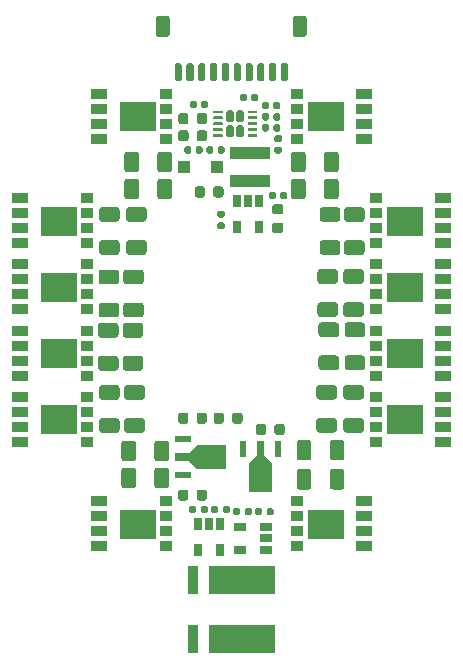
<source format=gbr>
%TF.GenerationSoftware,KiCad,Pcbnew,(5.1.6-0-10_14)*%
%TF.CreationDate,2021-04-11T14:49:43-04:00*%
%TF.ProjectId,F051_ESC-4in1-V2,46303531-5f45-4534-932d-34696e312d56,rev?*%
%TF.SameCoordinates,Original*%
%TF.FileFunction,Paste,Top*%
%TF.FilePolarity,Positive*%
%FSLAX46Y46*%
G04 Gerber Fmt 4.6, Leading zero omitted, Abs format (unit mm)*
G04 Created by KiCad (PCBNEW (5.1.6-0-10_14)) date 2021-04-11 14:49:43*
%MOMM*%
%LPD*%
G01*
G04 APERTURE LIST*
%ADD10C,0.010000*%
%ADD11C,0.100000*%
%ADD12R,1.400000X0.570000*%
%ADD13R,0.570000X1.400000*%
%ADD14R,0.890000X2.440000*%
%ADD15R,5.600000X2.440000*%
%ADD16R,3.400000X0.980000*%
%ADD17R,1.450000X0.850000*%
%ADD18R,1.050000X0.850000*%
%ADD19R,1.060000X0.650000*%
%ADD20R,0.650000X1.060000*%
%ADD21R,1.100000X1.100000*%
G04 APERTURE END LIST*
D10*
%TO.C,Q23*%
G36*
X123870000Y-84509000D02*
G01*
X126850000Y-84509000D01*
X126850000Y-86881000D01*
X123870000Y-86881000D01*
X123870000Y-84509000D01*
G37*
X123870000Y-84509000D02*
X126850000Y-84509000D01*
X126850000Y-86881000D01*
X123870000Y-86881000D01*
X123870000Y-84509000D01*
%TO.C,Q21*%
G36*
X123870000Y-78924000D02*
G01*
X126850000Y-78924000D01*
X126850000Y-81296000D01*
X123870000Y-81296000D01*
X123870000Y-78924000D01*
G37*
X123870000Y-78924000D02*
X126850000Y-78924000D01*
X126850000Y-81296000D01*
X123870000Y-81296000D01*
X123870000Y-78924000D01*
%TO.C,Q19*%
G36*
X130560000Y-70064000D02*
G01*
X133540000Y-70064000D01*
X133540000Y-72436000D01*
X130560000Y-72436000D01*
X130560000Y-70064000D01*
G37*
X130560000Y-70064000D02*
X133540000Y-70064000D01*
X133540000Y-72436000D01*
X130560000Y-72436000D01*
X130560000Y-70064000D01*
%TO.C,Q5*%
G36*
X156130000Y-92486000D02*
G01*
X153150000Y-92486000D01*
X153150000Y-90114000D01*
X156130000Y-90114000D01*
X156130000Y-92486000D01*
G37*
X156130000Y-92486000D02*
X153150000Y-92486000D01*
X153150000Y-90114000D01*
X156130000Y-90114000D01*
X156130000Y-92486000D01*
%TO.C,Q3*%
G36*
X156130000Y-98076000D02*
G01*
X153150000Y-98076000D01*
X153150000Y-95704000D01*
X156130000Y-95704000D01*
X156130000Y-98076000D01*
G37*
X156130000Y-98076000D02*
X153150000Y-98076000D01*
X153150000Y-95704000D01*
X156130000Y-95704000D01*
X156130000Y-98076000D01*
%TO.C,Q1*%
G36*
X149440000Y-106936000D02*
G01*
X146460000Y-106936000D01*
X146460000Y-104564000D01*
X149440000Y-104564000D01*
X149440000Y-106936000D01*
G37*
X149440000Y-106936000D02*
X146460000Y-106936000D01*
X146460000Y-104564000D01*
X149440000Y-104564000D01*
X149440000Y-106936000D01*
%TO.C,Q11*%
G36*
X149440000Y-72436000D02*
G01*
X146460000Y-72436000D01*
X146460000Y-70064000D01*
X149440000Y-70064000D01*
X149440000Y-72436000D01*
G37*
X149440000Y-72436000D02*
X146460000Y-72436000D01*
X146460000Y-70064000D01*
X149440000Y-70064000D01*
X149440000Y-72436000D01*
%TO.C,Q9*%
G36*
X156130000Y-81296000D02*
G01*
X153150000Y-81296000D01*
X153150000Y-78924000D01*
X156130000Y-78924000D01*
X156130000Y-81296000D01*
G37*
X156130000Y-81296000D02*
X153150000Y-81296000D01*
X153150000Y-78924000D01*
X156130000Y-78924000D01*
X156130000Y-81296000D01*
%TO.C,Q7*%
G36*
X156130000Y-86886000D02*
G01*
X153150000Y-86886000D01*
X153150000Y-84514000D01*
X156130000Y-84514000D01*
X156130000Y-86886000D01*
G37*
X156130000Y-86886000D02*
X153150000Y-86886000D01*
X153150000Y-84514000D01*
X156130000Y-84514000D01*
X156130000Y-86886000D01*
%TO.C,Q17*%
G36*
X130560000Y-104564000D02*
G01*
X133540000Y-104564000D01*
X133540000Y-106936000D01*
X130560000Y-106936000D01*
X130560000Y-104564000D01*
G37*
X130560000Y-104564000D02*
X133540000Y-104564000D01*
X133540000Y-106936000D01*
X130560000Y-106936000D01*
X130560000Y-104564000D01*
%TO.C,Q15*%
G36*
X123870000Y-95704000D02*
G01*
X126850000Y-95704000D01*
X126850000Y-98076000D01*
X123870000Y-98076000D01*
X123870000Y-95704000D01*
G37*
X123870000Y-95704000D02*
X126850000Y-95704000D01*
X126850000Y-98076000D01*
X123870000Y-98076000D01*
X123870000Y-95704000D01*
%TO.C,Q13*%
G36*
X123870000Y-90114000D02*
G01*
X126850000Y-90114000D01*
X126850000Y-92486000D01*
X123870000Y-92486000D01*
X123870000Y-90114000D01*
G37*
X123870000Y-90114000D02*
X126850000Y-90114000D01*
X126850000Y-92486000D01*
X123870000Y-92486000D01*
X123870000Y-90114000D01*
%TD*%
%TO.C,J2*%
G36*
G01*
X134790000Y-62994600D02*
X134790000Y-64295400D01*
G75*
G02*
X134540400Y-64545000I-249600J0D01*
G01*
X133839600Y-64545000D01*
G75*
G02*
X133590000Y-64295400I0J249600D01*
G01*
X133590000Y-62994600D01*
G75*
G02*
X133839600Y-62745000I249600J0D01*
G01*
X134540400Y-62745000D01*
G75*
G02*
X134790000Y-62994600I0J-249600D01*
G01*
G37*
G36*
G01*
X146390000Y-62994600D02*
X146390000Y-64295400D01*
G75*
G02*
X146140400Y-64545000I-249600J0D01*
G01*
X145439600Y-64545000D01*
G75*
G02*
X145190000Y-64295400I0J249600D01*
G01*
X145190000Y-62994600D01*
G75*
G02*
X145439600Y-62745000I249600J0D01*
G01*
X146140400Y-62745000D01*
G75*
G02*
X146390000Y-62994600I0J-249600D01*
G01*
G37*
G36*
G01*
X135790000Y-66895000D02*
X135790000Y-68145000D01*
G75*
G02*
X135640000Y-68295000I-150000J0D01*
G01*
X135340000Y-68295000D01*
G75*
G02*
X135190000Y-68145000I0J150000D01*
G01*
X135190000Y-66895000D01*
G75*
G02*
X135340000Y-66745000I150000J0D01*
G01*
X135640000Y-66745000D01*
G75*
G02*
X135790000Y-66895000I0J-150000D01*
G01*
G37*
G36*
G01*
X136790000Y-66895000D02*
X136790000Y-68145000D01*
G75*
G02*
X136640000Y-68295000I-150000J0D01*
G01*
X136340000Y-68295000D01*
G75*
G02*
X136190000Y-68145000I0J150000D01*
G01*
X136190000Y-66895000D01*
G75*
G02*
X136340000Y-66745000I150000J0D01*
G01*
X136640000Y-66745000D01*
G75*
G02*
X136790000Y-66895000I0J-150000D01*
G01*
G37*
G36*
G01*
X137790000Y-66895000D02*
X137790000Y-68145000D01*
G75*
G02*
X137640000Y-68295000I-150000J0D01*
G01*
X137340000Y-68295000D01*
G75*
G02*
X137190000Y-68145000I0J150000D01*
G01*
X137190000Y-66895000D01*
G75*
G02*
X137340000Y-66745000I150000J0D01*
G01*
X137640000Y-66745000D01*
G75*
G02*
X137790000Y-66895000I0J-150000D01*
G01*
G37*
G36*
G01*
X138790000Y-66895000D02*
X138790000Y-68145000D01*
G75*
G02*
X138640000Y-68295000I-150000J0D01*
G01*
X138340000Y-68295000D01*
G75*
G02*
X138190000Y-68145000I0J150000D01*
G01*
X138190000Y-66895000D01*
G75*
G02*
X138340000Y-66745000I150000J0D01*
G01*
X138640000Y-66745000D01*
G75*
G02*
X138790000Y-66895000I0J-150000D01*
G01*
G37*
G36*
G01*
X139790000Y-66895000D02*
X139790000Y-68145000D01*
G75*
G02*
X139640000Y-68295000I-150000J0D01*
G01*
X139340000Y-68295000D01*
G75*
G02*
X139190000Y-68145000I0J150000D01*
G01*
X139190000Y-66895000D01*
G75*
G02*
X139340000Y-66745000I150000J0D01*
G01*
X139640000Y-66745000D01*
G75*
G02*
X139790000Y-66895000I0J-150000D01*
G01*
G37*
G36*
G01*
X140790000Y-66895000D02*
X140790000Y-68145000D01*
G75*
G02*
X140640000Y-68295000I-150000J0D01*
G01*
X140340000Y-68295000D01*
G75*
G02*
X140190000Y-68145000I0J150000D01*
G01*
X140190000Y-66895000D01*
G75*
G02*
X140340000Y-66745000I150000J0D01*
G01*
X140640000Y-66745000D01*
G75*
G02*
X140790000Y-66895000I0J-150000D01*
G01*
G37*
G36*
G01*
X141790000Y-66895000D02*
X141790000Y-68145000D01*
G75*
G02*
X141640000Y-68295000I-150000J0D01*
G01*
X141340000Y-68295000D01*
G75*
G02*
X141190000Y-68145000I0J150000D01*
G01*
X141190000Y-66895000D01*
G75*
G02*
X141340000Y-66745000I150000J0D01*
G01*
X141640000Y-66745000D01*
G75*
G02*
X141790000Y-66895000I0J-150000D01*
G01*
G37*
G36*
G01*
X142790000Y-66895000D02*
X142790000Y-68145000D01*
G75*
G02*
X142640000Y-68295000I-150000J0D01*
G01*
X142340000Y-68295000D01*
G75*
G02*
X142190000Y-68145000I0J150000D01*
G01*
X142190000Y-66895000D01*
G75*
G02*
X142340000Y-66745000I150000J0D01*
G01*
X142640000Y-66745000D01*
G75*
G02*
X142790000Y-66895000I0J-150000D01*
G01*
G37*
G36*
G01*
X143790000Y-66895000D02*
X143790000Y-68145000D01*
G75*
G02*
X143640000Y-68295000I-150000J0D01*
G01*
X143340000Y-68295000D01*
G75*
G02*
X143190000Y-68145000I0J150000D01*
G01*
X143190000Y-66895000D01*
G75*
G02*
X143340000Y-66745000I150000J0D01*
G01*
X143640000Y-66745000D01*
G75*
G02*
X143790000Y-66895000I0J-150000D01*
G01*
G37*
G36*
G01*
X144790000Y-66895000D02*
X144790000Y-68145000D01*
G75*
G02*
X144640000Y-68295000I-150000J0D01*
G01*
X144340000Y-68295000D01*
G75*
G02*
X144190000Y-68145000I0J150000D01*
G01*
X144190000Y-66895000D01*
G75*
G02*
X144340000Y-66745000I150000J0D01*
G01*
X144640000Y-66745000D01*
G75*
G02*
X144790000Y-66895000I0J-150000D01*
G01*
G37*
%TD*%
D11*
%TO.C,U13*%
G36*
X137120000Y-101100000D02*
G01*
X136445000Y-100425000D01*
X135220000Y-100425000D01*
X135220000Y-99775000D01*
X136455000Y-99775000D01*
X137120000Y-99100000D01*
X139570000Y-99100000D01*
X139570000Y-101100000D01*
X137120000Y-101100000D01*
G37*
D12*
X135920000Y-101595000D03*
X135920000Y-98605000D03*
%TD*%
D11*
%TO.C,U3*%
G36*
X141460000Y-100650000D02*
G01*
X142135000Y-99975000D01*
X142135000Y-98750000D01*
X142785000Y-98750000D01*
X142785000Y-99985000D01*
X143460000Y-100650000D01*
X143460000Y-103100000D01*
X141460000Y-103100000D01*
X141460000Y-100650000D01*
G37*
D13*
X140965000Y-99450000D03*
X143955000Y-99450000D03*
%TD*%
D14*
%TO.C,R1*%
X136750000Y-110520000D03*
X136750000Y-115480000D03*
D15*
X140890000Y-110520000D03*
X140890000Y-115480000D03*
%TD*%
D16*
%TO.C,L1*%
X141580000Y-76725000D03*
X141580000Y-74355000D03*
%TD*%
%TO.C,C55*%
G36*
G01*
X132175000Y-74495000D02*
X132175000Y-75745000D01*
G75*
G02*
X131925000Y-75995000I-250000J0D01*
G01*
X131175000Y-75995000D01*
G75*
G02*
X130925000Y-75745000I0J250000D01*
G01*
X130925000Y-74495000D01*
G75*
G02*
X131175000Y-74245000I250000J0D01*
G01*
X131925000Y-74245000D01*
G75*
G02*
X132175000Y-74495000I0J-250000D01*
G01*
G37*
G36*
G01*
X134975000Y-74495000D02*
X134975000Y-75745000D01*
G75*
G02*
X134725000Y-75995000I-250000J0D01*
G01*
X133975000Y-75995000D01*
G75*
G02*
X133725000Y-75745000I0J250000D01*
G01*
X133725000Y-74495000D01*
G75*
G02*
X133975000Y-74245000I250000J0D01*
G01*
X134725000Y-74245000D01*
G75*
G02*
X134975000Y-74495000I0J-250000D01*
G01*
G37*
%TD*%
%TO.C,C67*%
G36*
G01*
X129025000Y-96815000D02*
X130275000Y-96815000D01*
G75*
G02*
X130525000Y-97065000I0J-250000D01*
G01*
X130525000Y-97815000D01*
G75*
G02*
X130275000Y-98065000I-250000J0D01*
G01*
X129025000Y-98065000D01*
G75*
G02*
X128775000Y-97815000I0J250000D01*
G01*
X128775000Y-97065000D01*
G75*
G02*
X129025000Y-96815000I250000J0D01*
G01*
G37*
G36*
G01*
X129025000Y-94015000D02*
X130275000Y-94015000D01*
G75*
G02*
X130525000Y-94265000I0J-250000D01*
G01*
X130525000Y-95015000D01*
G75*
G02*
X130275000Y-95265000I-250000J0D01*
G01*
X129025000Y-95265000D01*
G75*
G02*
X128775000Y-95015000I0J250000D01*
G01*
X128775000Y-94265000D01*
G75*
G02*
X129025000Y-94015000I250000J0D01*
G01*
G37*
%TD*%
%TO.C,C66*%
G36*
G01*
X147525000Y-86995000D02*
X148775000Y-86995000D01*
G75*
G02*
X149025000Y-87245000I0J-250000D01*
G01*
X149025000Y-87995000D01*
G75*
G02*
X148775000Y-88245000I-250000J0D01*
G01*
X147525000Y-88245000D01*
G75*
G02*
X147275000Y-87995000I0J250000D01*
G01*
X147275000Y-87245000D01*
G75*
G02*
X147525000Y-86995000I250000J0D01*
G01*
G37*
G36*
G01*
X147525000Y-84195000D02*
X148775000Y-84195000D01*
G75*
G02*
X149025000Y-84445000I0J-250000D01*
G01*
X149025000Y-85195000D01*
G75*
G02*
X148775000Y-85445000I-250000J0D01*
G01*
X147525000Y-85445000D01*
G75*
G02*
X147275000Y-85195000I0J250000D01*
G01*
X147275000Y-84445000D01*
G75*
G02*
X147525000Y-84195000I250000J0D01*
G01*
G37*
%TD*%
%TO.C,C65*%
G36*
G01*
X148975000Y-80195000D02*
X147725000Y-80195000D01*
G75*
G02*
X147475000Y-79945000I0J250000D01*
G01*
X147475000Y-79195000D01*
G75*
G02*
X147725000Y-78945000I250000J0D01*
G01*
X148975000Y-78945000D01*
G75*
G02*
X149225000Y-79195000I0J-250000D01*
G01*
X149225000Y-79945000D01*
G75*
G02*
X148975000Y-80195000I-250000J0D01*
G01*
G37*
G36*
G01*
X148975000Y-82995000D02*
X147725000Y-82995000D01*
G75*
G02*
X147475000Y-82745000I0J250000D01*
G01*
X147475000Y-81995000D01*
G75*
G02*
X147725000Y-81745000I250000J0D01*
G01*
X148975000Y-81745000D01*
G75*
G02*
X149225000Y-81995000I0J-250000D01*
G01*
X149225000Y-82745000D01*
G75*
G02*
X148975000Y-82995000I-250000J0D01*
G01*
G37*
%TD*%
%TO.C,C64*%
G36*
G01*
X131165000Y-96815000D02*
X132415000Y-96815000D01*
G75*
G02*
X132665000Y-97065000I0J-250000D01*
G01*
X132665000Y-97815000D01*
G75*
G02*
X132415000Y-98065000I-250000J0D01*
G01*
X131165000Y-98065000D01*
G75*
G02*
X130915000Y-97815000I0J250000D01*
G01*
X130915000Y-97065000D01*
G75*
G02*
X131165000Y-96815000I250000J0D01*
G01*
G37*
G36*
G01*
X131165000Y-94015000D02*
X132415000Y-94015000D01*
G75*
G02*
X132665000Y-94265000I0J-250000D01*
G01*
X132665000Y-95015000D01*
G75*
G02*
X132415000Y-95265000I-250000J0D01*
G01*
X131165000Y-95265000D01*
G75*
G02*
X130915000Y-95015000I0J250000D01*
G01*
X130915000Y-94265000D01*
G75*
G02*
X131165000Y-94015000I250000J0D01*
G01*
G37*
%TD*%
%TO.C,C63*%
G36*
G01*
X132275000Y-89995000D02*
X131025000Y-89995000D01*
G75*
G02*
X130775000Y-89745000I0J250000D01*
G01*
X130775000Y-88995000D01*
G75*
G02*
X131025000Y-88745000I250000J0D01*
G01*
X132275000Y-88745000D01*
G75*
G02*
X132525000Y-88995000I0J-250000D01*
G01*
X132525000Y-89745000D01*
G75*
G02*
X132275000Y-89995000I-250000J0D01*
G01*
G37*
G36*
G01*
X132275000Y-92795000D02*
X131025000Y-92795000D01*
G75*
G02*
X130775000Y-92545000I0J250000D01*
G01*
X130775000Y-91795000D01*
G75*
G02*
X131025000Y-91545000I250000J0D01*
G01*
X132275000Y-91545000D01*
G75*
G02*
X132525000Y-91795000I0J-250000D01*
G01*
X132525000Y-92545000D01*
G75*
G02*
X132275000Y-92795000I-250000J0D01*
G01*
G37*
%TD*%
%TO.C,C62*%
G36*
G01*
X149715000Y-96795000D02*
X150965000Y-96795000D01*
G75*
G02*
X151215000Y-97045000I0J-250000D01*
G01*
X151215000Y-97795000D01*
G75*
G02*
X150965000Y-98045000I-250000J0D01*
G01*
X149715000Y-98045000D01*
G75*
G02*
X149465000Y-97795000I0J250000D01*
G01*
X149465000Y-97045000D01*
G75*
G02*
X149715000Y-96795000I250000J0D01*
G01*
G37*
G36*
G01*
X149715000Y-93995000D02*
X150965000Y-93995000D01*
G75*
G02*
X151215000Y-94245000I0J-250000D01*
G01*
X151215000Y-94995000D01*
G75*
G02*
X150965000Y-95245000I-250000J0D01*
G01*
X149715000Y-95245000D01*
G75*
G02*
X149465000Y-94995000I0J250000D01*
G01*
X149465000Y-94245000D01*
G75*
G02*
X149715000Y-93995000I250000J0D01*
G01*
G37*
%TD*%
%TO.C,C61*%
G36*
G01*
X131915000Y-101255000D02*
X131915000Y-102505000D01*
G75*
G02*
X131665000Y-102755000I-250000J0D01*
G01*
X130915000Y-102755000D01*
G75*
G02*
X130665000Y-102505000I0J250000D01*
G01*
X130665000Y-101255000D01*
G75*
G02*
X130915000Y-101005000I250000J0D01*
G01*
X131665000Y-101005000D01*
G75*
G02*
X131915000Y-101255000I0J-250000D01*
G01*
G37*
G36*
G01*
X134715000Y-101255000D02*
X134715000Y-102505000D01*
G75*
G02*
X134465000Y-102755000I-250000J0D01*
G01*
X133715000Y-102755000D01*
G75*
G02*
X133465000Y-102505000I0J250000D01*
G01*
X133465000Y-101255000D01*
G75*
G02*
X133715000Y-101005000I250000J0D01*
G01*
X134465000Y-101005000D01*
G75*
G02*
X134715000Y-101255000I0J-250000D01*
G01*
G37*
%TD*%
%TO.C,C60*%
G36*
G01*
X148315000Y-102605000D02*
X148315000Y-101355000D01*
G75*
G02*
X148565000Y-101105000I250000J0D01*
G01*
X149315000Y-101105000D01*
G75*
G02*
X149565000Y-101355000I0J-250000D01*
G01*
X149565000Y-102605000D01*
G75*
G02*
X149315000Y-102855000I-250000J0D01*
G01*
X148565000Y-102855000D01*
G75*
G02*
X148315000Y-102605000I0J250000D01*
G01*
G37*
G36*
G01*
X145515000Y-102605000D02*
X145515000Y-101355000D01*
G75*
G02*
X145765000Y-101105000I250000J0D01*
G01*
X146515000Y-101105000D01*
G75*
G02*
X146765000Y-101355000I0J-250000D01*
G01*
X146765000Y-102605000D01*
G75*
G02*
X146515000Y-102855000I-250000J0D01*
G01*
X145765000Y-102855000D01*
G75*
G02*
X145515000Y-102605000I0J250000D01*
G01*
G37*
%TD*%
%TO.C,C59*%
G36*
G01*
X132575000Y-80185000D02*
X131325000Y-80185000D01*
G75*
G02*
X131075000Y-79935000I0J250000D01*
G01*
X131075000Y-79185000D01*
G75*
G02*
X131325000Y-78935000I250000J0D01*
G01*
X132575000Y-78935000D01*
G75*
G02*
X132825000Y-79185000I0J-250000D01*
G01*
X132825000Y-79935000D01*
G75*
G02*
X132575000Y-80185000I-250000J0D01*
G01*
G37*
G36*
G01*
X132575000Y-82985000D02*
X131325000Y-82985000D01*
G75*
G02*
X131075000Y-82735000I0J250000D01*
G01*
X131075000Y-81985000D01*
G75*
G02*
X131325000Y-81735000I250000J0D01*
G01*
X132575000Y-81735000D01*
G75*
G02*
X132825000Y-81985000I0J-250000D01*
G01*
X132825000Y-82735000D01*
G75*
G02*
X132575000Y-82985000I-250000J0D01*
G01*
G37*
%TD*%
%TO.C,C58*%
G36*
G01*
X148315000Y-100145000D02*
X148315000Y-98895000D01*
G75*
G02*
X148565000Y-98645000I250000J0D01*
G01*
X149315000Y-98645000D01*
G75*
G02*
X149565000Y-98895000I0J-250000D01*
G01*
X149565000Y-100145000D01*
G75*
G02*
X149315000Y-100395000I-250000J0D01*
G01*
X148565000Y-100395000D01*
G75*
G02*
X148315000Y-100145000I0J250000D01*
G01*
G37*
G36*
G01*
X145515000Y-100145000D02*
X145515000Y-98895000D01*
G75*
G02*
X145765000Y-98645000I250000J0D01*
G01*
X146515000Y-98645000D01*
G75*
G02*
X146765000Y-98895000I0J-250000D01*
G01*
X146765000Y-100145000D01*
G75*
G02*
X146515000Y-100395000I-250000J0D01*
G01*
X145765000Y-100395000D01*
G75*
G02*
X145515000Y-100145000I0J250000D01*
G01*
G37*
%TD*%
%TO.C,C57*%
G36*
G01*
X130285000Y-80185000D02*
X129035000Y-80185000D01*
G75*
G02*
X128785000Y-79935000I0J250000D01*
G01*
X128785000Y-79185000D01*
G75*
G02*
X129035000Y-78935000I250000J0D01*
G01*
X130285000Y-78935000D01*
G75*
G02*
X130535000Y-79185000I0J-250000D01*
G01*
X130535000Y-79935000D01*
G75*
G02*
X130285000Y-80185000I-250000J0D01*
G01*
G37*
G36*
G01*
X130285000Y-82985000D02*
X129035000Y-82985000D01*
G75*
G02*
X128785000Y-82735000I0J250000D01*
G01*
X128785000Y-81985000D01*
G75*
G02*
X129035000Y-81735000I250000J0D01*
G01*
X130285000Y-81735000D01*
G75*
G02*
X130535000Y-81985000I0J-250000D01*
G01*
X130535000Y-82735000D01*
G75*
G02*
X130285000Y-82985000I-250000J0D01*
G01*
G37*
%TD*%
%TO.C,C56*%
G36*
G01*
X130185000Y-89995000D02*
X128935000Y-89995000D01*
G75*
G02*
X128685000Y-89745000I0J250000D01*
G01*
X128685000Y-88995000D01*
G75*
G02*
X128935000Y-88745000I250000J0D01*
G01*
X130185000Y-88745000D01*
G75*
G02*
X130435000Y-88995000I0J-250000D01*
G01*
X130435000Y-89745000D01*
G75*
G02*
X130185000Y-89995000I-250000J0D01*
G01*
G37*
G36*
G01*
X130185000Y-92795000D02*
X128935000Y-92795000D01*
G75*
G02*
X128685000Y-92545000I0J250000D01*
G01*
X128685000Y-91795000D01*
G75*
G02*
X128935000Y-91545000I250000J0D01*
G01*
X130185000Y-91545000D01*
G75*
G02*
X130435000Y-91795000I0J-250000D01*
G01*
X130435000Y-92545000D01*
G75*
G02*
X130185000Y-92795000I-250000J0D01*
G01*
G37*
%TD*%
%TO.C,C54*%
G36*
G01*
X128995000Y-87035000D02*
X130245000Y-87035000D01*
G75*
G02*
X130495000Y-87285000I0J-250000D01*
G01*
X130495000Y-88035000D01*
G75*
G02*
X130245000Y-88285000I-250000J0D01*
G01*
X128995000Y-88285000D01*
G75*
G02*
X128745000Y-88035000I0J250000D01*
G01*
X128745000Y-87285000D01*
G75*
G02*
X128995000Y-87035000I250000J0D01*
G01*
G37*
G36*
G01*
X128995000Y-84235000D02*
X130245000Y-84235000D01*
G75*
G02*
X130495000Y-84485000I0J-250000D01*
G01*
X130495000Y-85235000D01*
G75*
G02*
X130245000Y-85485000I-250000J0D01*
G01*
X128995000Y-85485000D01*
G75*
G02*
X128745000Y-85235000I0J250000D01*
G01*
X128745000Y-84485000D01*
G75*
G02*
X128995000Y-84235000I250000J0D01*
G01*
G37*
%TD*%
%TO.C,C53*%
G36*
G01*
X131915000Y-98965000D02*
X131915000Y-100215000D01*
G75*
G02*
X131665000Y-100465000I-250000J0D01*
G01*
X130915000Y-100465000D01*
G75*
G02*
X130665000Y-100215000I0J250000D01*
G01*
X130665000Y-98965000D01*
G75*
G02*
X130915000Y-98715000I250000J0D01*
G01*
X131665000Y-98715000D01*
G75*
G02*
X131915000Y-98965000I0J-250000D01*
G01*
G37*
G36*
G01*
X134715000Y-98965000D02*
X134715000Y-100215000D01*
G75*
G02*
X134465000Y-100465000I-250000J0D01*
G01*
X133715000Y-100465000D01*
G75*
G02*
X133465000Y-100215000I0J250000D01*
G01*
X133465000Y-98965000D01*
G75*
G02*
X133715000Y-98715000I250000J0D01*
G01*
X134465000Y-98715000D01*
G75*
G02*
X134715000Y-98965000I0J-250000D01*
G01*
G37*
%TD*%
%TO.C,C52*%
G36*
G01*
X132175000Y-76785000D02*
X132175000Y-78035000D01*
G75*
G02*
X131925000Y-78285000I-250000J0D01*
G01*
X131175000Y-78285000D01*
G75*
G02*
X130925000Y-78035000I0J250000D01*
G01*
X130925000Y-76785000D01*
G75*
G02*
X131175000Y-76535000I250000J0D01*
G01*
X131925000Y-76535000D01*
G75*
G02*
X132175000Y-76785000I0J-250000D01*
G01*
G37*
G36*
G01*
X134975000Y-76785000D02*
X134975000Y-78035000D01*
G75*
G02*
X134725000Y-78285000I-250000J0D01*
G01*
X133975000Y-78285000D01*
G75*
G02*
X133725000Y-78035000I0J250000D01*
G01*
X133725000Y-76785000D01*
G75*
G02*
X133975000Y-76535000I250000J0D01*
G01*
X134725000Y-76535000D01*
G75*
G02*
X134975000Y-76785000I0J-250000D01*
G01*
G37*
%TD*%
%TO.C,C51*%
G36*
G01*
X147425000Y-96795000D02*
X148675000Y-96795000D01*
G75*
G02*
X148925000Y-97045000I0J-250000D01*
G01*
X148925000Y-97795000D01*
G75*
G02*
X148675000Y-98045000I-250000J0D01*
G01*
X147425000Y-98045000D01*
G75*
G02*
X147175000Y-97795000I0J250000D01*
G01*
X147175000Y-97045000D01*
G75*
G02*
X147425000Y-96795000I250000J0D01*
G01*
G37*
G36*
G01*
X147425000Y-93995000D02*
X148675000Y-93995000D01*
G75*
G02*
X148925000Y-94245000I0J-250000D01*
G01*
X148925000Y-94995000D01*
G75*
G02*
X148675000Y-95245000I-250000J0D01*
G01*
X147425000Y-95245000D01*
G75*
G02*
X147175000Y-94995000I0J250000D01*
G01*
X147175000Y-94245000D01*
G75*
G02*
X147425000Y-93995000I250000J0D01*
G01*
G37*
%TD*%
%TO.C,C50*%
G36*
G01*
X131085000Y-87035000D02*
X132335000Y-87035000D01*
G75*
G02*
X132585000Y-87285000I0J-250000D01*
G01*
X132585000Y-88035000D01*
G75*
G02*
X132335000Y-88285000I-250000J0D01*
G01*
X131085000Y-88285000D01*
G75*
G02*
X130835000Y-88035000I0J250000D01*
G01*
X130835000Y-87285000D01*
G75*
G02*
X131085000Y-87035000I250000J0D01*
G01*
G37*
G36*
G01*
X131085000Y-84235000D02*
X132335000Y-84235000D01*
G75*
G02*
X132585000Y-84485000I0J-250000D01*
G01*
X132585000Y-85235000D01*
G75*
G02*
X132335000Y-85485000I-250000J0D01*
G01*
X131085000Y-85485000D01*
G75*
G02*
X130835000Y-85235000I0J250000D01*
G01*
X130835000Y-84485000D01*
G75*
G02*
X131085000Y-84235000I250000J0D01*
G01*
G37*
%TD*%
%TO.C,C21*%
G36*
G01*
X149715000Y-86995000D02*
X150965000Y-86995000D01*
G75*
G02*
X151215000Y-87245000I0J-250000D01*
G01*
X151215000Y-87995000D01*
G75*
G02*
X150965000Y-88245000I-250000J0D01*
G01*
X149715000Y-88245000D01*
G75*
G02*
X149465000Y-87995000I0J250000D01*
G01*
X149465000Y-87245000D01*
G75*
G02*
X149715000Y-86995000I250000J0D01*
G01*
G37*
G36*
G01*
X149715000Y-84195000D02*
X150965000Y-84195000D01*
G75*
G02*
X151215000Y-84445000I0J-250000D01*
G01*
X151215000Y-85195000D01*
G75*
G02*
X150965000Y-85445000I-250000J0D01*
G01*
X149715000Y-85445000D01*
G75*
G02*
X149465000Y-85195000I0J250000D01*
G01*
X149465000Y-84445000D01*
G75*
G02*
X149715000Y-84195000I250000J0D01*
G01*
G37*
%TD*%
%TO.C,C20*%
G36*
G01*
X147835000Y-78035000D02*
X147835000Y-76785000D01*
G75*
G02*
X148085000Y-76535000I250000J0D01*
G01*
X148835000Y-76535000D01*
G75*
G02*
X149085000Y-76785000I0J-250000D01*
G01*
X149085000Y-78035000D01*
G75*
G02*
X148835000Y-78285000I-250000J0D01*
G01*
X148085000Y-78285000D01*
G75*
G02*
X147835000Y-78035000I0J250000D01*
G01*
G37*
G36*
G01*
X145035000Y-78035000D02*
X145035000Y-76785000D01*
G75*
G02*
X145285000Y-76535000I250000J0D01*
G01*
X146035000Y-76535000D01*
G75*
G02*
X146285000Y-76785000I0J-250000D01*
G01*
X146285000Y-78035000D01*
G75*
G02*
X146035000Y-78285000I-250000J0D01*
G01*
X145285000Y-78285000D01*
G75*
G02*
X145035000Y-78035000I0J250000D01*
G01*
G37*
%TD*%
%TO.C,C19*%
G36*
G01*
X151075000Y-89955000D02*
X149825000Y-89955000D01*
G75*
G02*
X149575000Y-89705000I0J250000D01*
G01*
X149575000Y-88955000D01*
G75*
G02*
X149825000Y-88705000I250000J0D01*
G01*
X151075000Y-88705000D01*
G75*
G02*
X151325000Y-88955000I0J-250000D01*
G01*
X151325000Y-89705000D01*
G75*
G02*
X151075000Y-89955000I-250000J0D01*
G01*
G37*
G36*
G01*
X151075000Y-92755000D02*
X149825000Y-92755000D01*
G75*
G02*
X149575000Y-92505000I0J250000D01*
G01*
X149575000Y-91755000D01*
G75*
G02*
X149825000Y-91505000I250000J0D01*
G01*
X151075000Y-91505000D01*
G75*
G02*
X151325000Y-91755000I0J-250000D01*
G01*
X151325000Y-92505000D01*
G75*
G02*
X151075000Y-92755000I-250000J0D01*
G01*
G37*
%TD*%
%TO.C,C18*%
G36*
G01*
X151015000Y-80195000D02*
X149765000Y-80195000D01*
G75*
G02*
X149515000Y-79945000I0J250000D01*
G01*
X149515000Y-79195000D01*
G75*
G02*
X149765000Y-78945000I250000J0D01*
G01*
X151015000Y-78945000D01*
G75*
G02*
X151265000Y-79195000I0J-250000D01*
G01*
X151265000Y-79945000D01*
G75*
G02*
X151015000Y-80195000I-250000J0D01*
G01*
G37*
G36*
G01*
X151015000Y-82995000D02*
X149765000Y-82995000D01*
G75*
G02*
X149515000Y-82745000I0J250000D01*
G01*
X149515000Y-81995000D01*
G75*
G02*
X149765000Y-81745000I250000J0D01*
G01*
X151015000Y-81745000D01*
G75*
G02*
X151265000Y-81995000I0J-250000D01*
G01*
X151265000Y-82745000D01*
G75*
G02*
X151015000Y-82995000I-250000J0D01*
G01*
G37*
%TD*%
%TO.C,C17*%
G36*
G01*
X147835000Y-75745000D02*
X147835000Y-74495000D01*
G75*
G02*
X148085000Y-74245000I250000J0D01*
G01*
X148835000Y-74245000D01*
G75*
G02*
X149085000Y-74495000I0J-250000D01*
G01*
X149085000Y-75745000D01*
G75*
G02*
X148835000Y-75995000I-250000J0D01*
G01*
X148085000Y-75995000D01*
G75*
G02*
X147835000Y-75745000I0J250000D01*
G01*
G37*
G36*
G01*
X145035000Y-75745000D02*
X145035000Y-74495000D01*
G75*
G02*
X145285000Y-74245000I250000J0D01*
G01*
X146035000Y-74245000D01*
G75*
G02*
X146285000Y-74495000I0J-250000D01*
G01*
X146285000Y-75745000D01*
G75*
G02*
X146035000Y-75995000I-250000J0D01*
G01*
X145285000Y-75995000D01*
G75*
G02*
X145035000Y-75745000I0J250000D01*
G01*
G37*
%TD*%
%TO.C,C16*%
G36*
G01*
X148865000Y-89955000D02*
X147615000Y-89955000D01*
G75*
G02*
X147365000Y-89705000I0J250000D01*
G01*
X147365000Y-88955000D01*
G75*
G02*
X147615000Y-88705000I250000J0D01*
G01*
X148865000Y-88705000D01*
G75*
G02*
X149115000Y-88955000I0J-250000D01*
G01*
X149115000Y-89705000D01*
G75*
G02*
X148865000Y-89955000I-250000J0D01*
G01*
G37*
G36*
G01*
X148865000Y-92755000D02*
X147615000Y-92755000D01*
G75*
G02*
X147365000Y-92505000I0J250000D01*
G01*
X147365000Y-91755000D01*
G75*
G02*
X147615000Y-91505000I250000J0D01*
G01*
X148865000Y-91505000D01*
G75*
G02*
X149115000Y-91755000I0J-250000D01*
G01*
X149115000Y-92505000D01*
G75*
G02*
X148865000Y-92755000I-250000J0D01*
G01*
G37*
%TD*%
D17*
%TO.C,Q23*%
X122060000Y-83790000D03*
X122060000Y-85060000D03*
X122060000Y-86330000D03*
X122060000Y-87600000D03*
D18*
X127760000Y-87600000D03*
X127760000Y-86330000D03*
X127760000Y-85060000D03*
X127760000Y-83790000D03*
%TD*%
D17*
%TO.C,Q21*%
X122060000Y-78205000D03*
X122060000Y-79475000D03*
X122060000Y-80745000D03*
X122060000Y-82015000D03*
D18*
X127760000Y-82015000D03*
X127760000Y-80745000D03*
X127760000Y-79475000D03*
X127760000Y-78205000D03*
%TD*%
D17*
%TO.C,Q19*%
X128750000Y-69345000D03*
X128750000Y-70615000D03*
X128750000Y-71885000D03*
X128750000Y-73155000D03*
D18*
X134450000Y-73155000D03*
X134450000Y-71885000D03*
X134450000Y-70615000D03*
X134450000Y-69345000D03*
%TD*%
D17*
%TO.C,Q5*%
X157940000Y-93205000D03*
X157940000Y-91935000D03*
X157940000Y-90665000D03*
X157940000Y-89395000D03*
D18*
X152240000Y-89395000D03*
X152240000Y-90665000D03*
X152240000Y-91935000D03*
X152240000Y-93205000D03*
%TD*%
D17*
%TO.C,Q3*%
X157940000Y-98795000D03*
X157940000Y-97525000D03*
X157940000Y-96255000D03*
X157940000Y-94985000D03*
D18*
X152240000Y-94985000D03*
X152240000Y-96255000D03*
X152240000Y-97525000D03*
X152240000Y-98795000D03*
%TD*%
D17*
%TO.C,Q1*%
X151250000Y-107655000D03*
X151250000Y-106385000D03*
X151250000Y-105115000D03*
X151250000Y-103845000D03*
D18*
X145550000Y-103845000D03*
X145550000Y-105115000D03*
X145550000Y-106385000D03*
X145550000Y-107655000D03*
%TD*%
D17*
%TO.C,Q11*%
X151250000Y-73155000D03*
X151250000Y-71885000D03*
X151250000Y-70615000D03*
X151250000Y-69345000D03*
D18*
X145550000Y-69345000D03*
X145550000Y-70615000D03*
X145550000Y-71885000D03*
X145550000Y-73155000D03*
%TD*%
D17*
%TO.C,Q9*%
X157940000Y-82015000D03*
X157940000Y-80745000D03*
X157940000Y-79475000D03*
X157940000Y-78205000D03*
D18*
X152240000Y-78205000D03*
X152240000Y-79475000D03*
X152240000Y-80745000D03*
X152240000Y-82015000D03*
%TD*%
D17*
%TO.C,Q7*%
X157940000Y-87605000D03*
X157940000Y-86335000D03*
X157940000Y-85065000D03*
X157940000Y-83795000D03*
D18*
X152240000Y-83795000D03*
X152240000Y-85065000D03*
X152240000Y-86335000D03*
X152240000Y-87605000D03*
%TD*%
D17*
%TO.C,Q17*%
X128750000Y-103845000D03*
X128750000Y-105115000D03*
X128750000Y-106385000D03*
X128750000Y-107655000D03*
D18*
X134450000Y-107655000D03*
X134450000Y-106385000D03*
X134450000Y-105115000D03*
X134450000Y-103845000D03*
%TD*%
D17*
%TO.C,Q15*%
X122060000Y-94985000D03*
X122060000Y-96255000D03*
X122060000Y-97525000D03*
X122060000Y-98795000D03*
D18*
X127760000Y-98795000D03*
X127760000Y-97525000D03*
X127760000Y-96255000D03*
X127760000Y-94985000D03*
%TD*%
D17*
%TO.C,Q13*%
X122060000Y-89395000D03*
X122060000Y-90665000D03*
X122060000Y-91935000D03*
X122060000Y-93205000D03*
D18*
X127760000Y-93205000D03*
X127760000Y-91935000D03*
X127760000Y-90665000D03*
X127760000Y-89395000D03*
%TD*%
%TO.C,C73*%
G36*
G01*
X136362500Y-72653750D02*
X136362500Y-73166250D01*
G75*
G02*
X136143750Y-73385000I-218750J0D01*
G01*
X135706250Y-73385000D01*
G75*
G02*
X135487500Y-73166250I0J218750D01*
G01*
X135487500Y-72653750D01*
G75*
G02*
X135706250Y-72435000I218750J0D01*
G01*
X136143750Y-72435000D01*
G75*
G02*
X136362500Y-72653750I0J-218750D01*
G01*
G37*
G36*
G01*
X137937500Y-72653750D02*
X137937500Y-73166250D01*
G75*
G02*
X137718750Y-73385000I-218750J0D01*
G01*
X137281250Y-73385000D01*
G75*
G02*
X137062500Y-73166250I0J218750D01*
G01*
X137062500Y-72653750D01*
G75*
G02*
X137281250Y-72435000I218750J0D01*
G01*
X137718750Y-72435000D01*
G75*
G02*
X137937500Y-72653750I0J-218750D01*
G01*
G37*
%TD*%
%TO.C,C72*%
G36*
G01*
X136360000Y-71193750D02*
X136360000Y-71706250D01*
G75*
G02*
X136141250Y-71925000I-218750J0D01*
G01*
X135703750Y-71925000D01*
G75*
G02*
X135485000Y-71706250I0J218750D01*
G01*
X135485000Y-71193750D01*
G75*
G02*
X135703750Y-70975000I218750J0D01*
G01*
X136141250Y-70975000D01*
G75*
G02*
X136360000Y-71193750I0J-218750D01*
G01*
G37*
G36*
G01*
X137935000Y-71193750D02*
X137935000Y-71706250D01*
G75*
G02*
X137716250Y-71925000I-218750J0D01*
G01*
X137278750Y-71925000D01*
G75*
G02*
X137060000Y-71706250I0J218750D01*
G01*
X137060000Y-71193750D01*
G75*
G02*
X137278750Y-70975000I218750J0D01*
G01*
X137716250Y-70975000D01*
G75*
G02*
X137935000Y-71193750I0J-218750D01*
G01*
G37*
%TD*%
%TO.C,C71*%
G36*
G01*
X137752500Y-77403750D02*
X137752500Y-77916250D01*
G75*
G02*
X137533750Y-78135000I-218750J0D01*
G01*
X137096250Y-78135000D01*
G75*
G02*
X136877500Y-77916250I0J218750D01*
G01*
X136877500Y-77403750D01*
G75*
G02*
X137096250Y-77185000I218750J0D01*
G01*
X137533750Y-77185000D01*
G75*
G02*
X137752500Y-77403750I0J-218750D01*
G01*
G37*
G36*
G01*
X139327500Y-77403750D02*
X139327500Y-77916250D01*
G75*
G02*
X139108750Y-78135000I-218750J0D01*
G01*
X138671250Y-78135000D01*
G75*
G02*
X138452500Y-77916250I0J218750D01*
G01*
X138452500Y-77403750D01*
G75*
G02*
X138671250Y-77185000I218750J0D01*
G01*
X139108750Y-77185000D01*
G75*
G02*
X139327500Y-77403750I0J-218750D01*
G01*
G37*
%TD*%
%TO.C,C69*%
G36*
G01*
X137050000Y-97076250D02*
X137050000Y-96563750D01*
G75*
G02*
X137268750Y-96345000I218750J0D01*
G01*
X137706250Y-96345000D01*
G75*
G02*
X137925000Y-96563750I0J-218750D01*
G01*
X137925000Y-97076250D01*
G75*
G02*
X137706250Y-97295000I-218750J0D01*
G01*
X137268750Y-97295000D01*
G75*
G02*
X137050000Y-97076250I0J218750D01*
G01*
G37*
G36*
G01*
X135475000Y-97076250D02*
X135475000Y-96563750D01*
G75*
G02*
X135693750Y-96345000I218750J0D01*
G01*
X136131250Y-96345000D01*
G75*
G02*
X136350000Y-96563750I0J-218750D01*
G01*
X136350000Y-97076250D01*
G75*
G02*
X136131250Y-97295000I-218750J0D01*
G01*
X135693750Y-97295000D01*
G75*
G02*
X135475000Y-97076250I0J218750D01*
G01*
G37*
%TD*%
%TO.C,C68*%
G36*
G01*
X137050000Y-103586250D02*
X137050000Y-103073750D01*
G75*
G02*
X137268750Y-102855000I218750J0D01*
G01*
X137706250Y-102855000D01*
G75*
G02*
X137925000Y-103073750I0J-218750D01*
G01*
X137925000Y-103586250D01*
G75*
G02*
X137706250Y-103805000I-218750J0D01*
G01*
X137268750Y-103805000D01*
G75*
G02*
X137050000Y-103586250I0J218750D01*
G01*
G37*
G36*
G01*
X135475000Y-103586250D02*
X135475000Y-103073750D01*
G75*
G02*
X135693750Y-102855000I218750J0D01*
G01*
X136131250Y-102855000D01*
G75*
G02*
X136350000Y-103073750I0J-218750D01*
G01*
X136350000Y-103586250D01*
G75*
G02*
X136131250Y-103805000I-218750J0D01*
G01*
X135693750Y-103805000D01*
G75*
G02*
X135475000Y-103586250I0J218750D01*
G01*
G37*
%TD*%
%TO.C,C24*%
G36*
G01*
X144166250Y-79562500D02*
X143653750Y-79562500D01*
G75*
G02*
X143435000Y-79343750I0J218750D01*
G01*
X143435000Y-78906250D01*
G75*
G02*
X143653750Y-78687500I218750J0D01*
G01*
X144166250Y-78687500D01*
G75*
G02*
X144385000Y-78906250I0J-218750D01*
G01*
X144385000Y-79343750D01*
G75*
G02*
X144166250Y-79562500I-218750J0D01*
G01*
G37*
G36*
G01*
X144166250Y-81137500D02*
X143653750Y-81137500D01*
G75*
G02*
X143435000Y-80918750I0J218750D01*
G01*
X143435000Y-80481250D01*
G75*
G02*
X143653750Y-80262500I218750J0D01*
G01*
X144166250Y-80262500D01*
G75*
G02*
X144385000Y-80481250I0J-218750D01*
G01*
X144385000Y-80918750D01*
G75*
G02*
X144166250Y-81137500I-218750J0D01*
G01*
G37*
%TD*%
%TO.C,C5*%
G36*
G01*
X143640000Y-98026250D02*
X143640000Y-97513750D01*
G75*
G02*
X143858750Y-97295000I218750J0D01*
G01*
X144296250Y-97295000D01*
G75*
G02*
X144515000Y-97513750I0J-218750D01*
G01*
X144515000Y-98026250D01*
G75*
G02*
X144296250Y-98245000I-218750J0D01*
G01*
X143858750Y-98245000D01*
G75*
G02*
X143640000Y-98026250I0J218750D01*
G01*
G37*
G36*
G01*
X142065000Y-98026250D02*
X142065000Y-97513750D01*
G75*
G02*
X142283750Y-97295000I218750J0D01*
G01*
X142721250Y-97295000D01*
G75*
G02*
X142940000Y-97513750I0J-218750D01*
G01*
X142940000Y-98026250D01*
G75*
G02*
X142721250Y-98245000I-218750J0D01*
G01*
X142283750Y-98245000D01*
G75*
G02*
X142065000Y-98026250I0J218750D01*
G01*
G37*
%TD*%
%TO.C,C4*%
G36*
G01*
X139360000Y-96563750D02*
X139360000Y-97076250D01*
G75*
G02*
X139141250Y-97295000I-218750J0D01*
G01*
X138703750Y-97295000D01*
G75*
G02*
X138485000Y-97076250I0J218750D01*
G01*
X138485000Y-96563750D01*
G75*
G02*
X138703750Y-96345000I218750J0D01*
G01*
X139141250Y-96345000D01*
G75*
G02*
X139360000Y-96563750I0J-218750D01*
G01*
G37*
G36*
G01*
X140935000Y-96563750D02*
X140935000Y-97076250D01*
G75*
G02*
X140716250Y-97295000I-218750J0D01*
G01*
X140278750Y-97295000D01*
G75*
G02*
X140060000Y-97076250I0J218750D01*
G01*
X140060000Y-96563750D01*
G75*
G02*
X140278750Y-96345000I218750J0D01*
G01*
X140716250Y-96345000D01*
G75*
G02*
X140935000Y-96563750I0J-218750D01*
G01*
G37*
%TD*%
%TO.C,R77*%
G36*
G01*
X143777500Y-73820000D02*
X144122500Y-73820000D01*
G75*
G02*
X144270000Y-73967500I0J-147500D01*
G01*
X144270000Y-74262500D01*
G75*
G02*
X144122500Y-74410000I-147500J0D01*
G01*
X143777500Y-74410000D01*
G75*
G02*
X143630000Y-74262500I0J147500D01*
G01*
X143630000Y-73967500D01*
G75*
G02*
X143777500Y-73820000I147500J0D01*
G01*
G37*
G36*
G01*
X143777500Y-72850000D02*
X144122500Y-72850000D01*
G75*
G02*
X144270000Y-72997500I0J-147500D01*
G01*
X144270000Y-73292500D01*
G75*
G02*
X144122500Y-73440000I-147500J0D01*
G01*
X143777500Y-73440000D01*
G75*
G02*
X143630000Y-73292500I0J147500D01*
G01*
X143630000Y-72997500D01*
G75*
G02*
X143777500Y-72850000I147500J0D01*
G01*
G37*
%TD*%
%TO.C,R76*%
G36*
G01*
X137070000Y-70077500D02*
X137070000Y-70422500D01*
G75*
G02*
X136922500Y-70570000I-147500J0D01*
G01*
X136627500Y-70570000D01*
G75*
G02*
X136480000Y-70422500I0J147500D01*
G01*
X136480000Y-70077500D01*
G75*
G02*
X136627500Y-69930000I147500J0D01*
G01*
X136922500Y-69930000D01*
G75*
G02*
X137070000Y-70077500I0J-147500D01*
G01*
G37*
G36*
G01*
X138040000Y-70077500D02*
X138040000Y-70422500D01*
G75*
G02*
X137892500Y-70570000I-147500J0D01*
G01*
X137597500Y-70570000D01*
G75*
G02*
X137450000Y-70422500I0J147500D01*
G01*
X137450000Y-70077500D01*
G75*
G02*
X137597500Y-69930000I147500J0D01*
G01*
X137892500Y-69930000D01*
G75*
G02*
X138040000Y-70077500I0J-147500D01*
G01*
G37*
%TD*%
%TO.C,R74*%
G36*
G01*
X141310000Y-69497500D02*
X141310000Y-69842500D01*
G75*
G02*
X141162500Y-69990000I-147500J0D01*
G01*
X140867500Y-69990000D01*
G75*
G02*
X140720000Y-69842500I0J147500D01*
G01*
X140720000Y-69497500D01*
G75*
G02*
X140867500Y-69350000I147500J0D01*
G01*
X141162500Y-69350000D01*
G75*
G02*
X141310000Y-69497500I0J-147500D01*
G01*
G37*
G36*
G01*
X142280000Y-69497500D02*
X142280000Y-69842500D01*
G75*
G02*
X142132500Y-69990000I-147500J0D01*
G01*
X141837500Y-69990000D01*
G75*
G02*
X141690000Y-69842500I0J147500D01*
G01*
X141690000Y-69497500D01*
G75*
G02*
X141837500Y-69350000I147500J0D01*
G01*
X142132500Y-69350000D01*
G75*
G02*
X142280000Y-69497500I0J-147500D01*
G01*
G37*
%TD*%
%TO.C,R73*%
G36*
G01*
X143170000Y-70177500D02*
X143170000Y-70522500D01*
G75*
G02*
X143022500Y-70670000I-147500J0D01*
G01*
X142727500Y-70670000D01*
G75*
G02*
X142580000Y-70522500I0J147500D01*
G01*
X142580000Y-70177500D01*
G75*
G02*
X142727500Y-70030000I147500J0D01*
G01*
X143022500Y-70030000D01*
G75*
G02*
X143170000Y-70177500I0J-147500D01*
G01*
G37*
G36*
G01*
X144140000Y-70177500D02*
X144140000Y-70522500D01*
G75*
G02*
X143992500Y-70670000I-147500J0D01*
G01*
X143697500Y-70670000D01*
G75*
G02*
X143550000Y-70522500I0J147500D01*
G01*
X143550000Y-70177500D01*
G75*
G02*
X143697500Y-70030000I147500J0D01*
G01*
X143992500Y-70030000D01*
G75*
G02*
X144140000Y-70177500I0J-147500D01*
G01*
G37*
%TD*%
%TO.C,R3*%
G36*
G01*
X142980000Y-104902500D02*
X142980000Y-104557500D01*
G75*
G02*
X143127500Y-104410000I147500J0D01*
G01*
X143422500Y-104410000D01*
G75*
G02*
X143570000Y-104557500I0J-147500D01*
G01*
X143570000Y-104902500D01*
G75*
G02*
X143422500Y-105050000I-147500J0D01*
G01*
X143127500Y-105050000D01*
G75*
G02*
X142980000Y-104902500I0J147500D01*
G01*
G37*
G36*
G01*
X142010000Y-104902500D02*
X142010000Y-104557500D01*
G75*
G02*
X142157500Y-104410000I147500J0D01*
G01*
X142452500Y-104410000D01*
G75*
G02*
X142600000Y-104557500I0J-147500D01*
G01*
X142600000Y-104902500D01*
G75*
G02*
X142452500Y-105050000I-147500J0D01*
G01*
X142157500Y-105050000D01*
G75*
G02*
X142010000Y-104902500I0J147500D01*
G01*
G37*
%TD*%
%TO.C,R2*%
G36*
G01*
X138880000Y-104357500D02*
X138880000Y-104702500D01*
G75*
G02*
X138732500Y-104850000I-147500J0D01*
G01*
X138437500Y-104850000D01*
G75*
G02*
X138290000Y-104702500I0J147500D01*
G01*
X138290000Y-104357500D01*
G75*
G02*
X138437500Y-104210000I147500J0D01*
G01*
X138732500Y-104210000D01*
G75*
G02*
X138880000Y-104357500I0J-147500D01*
G01*
G37*
G36*
G01*
X139850000Y-104357500D02*
X139850000Y-104702500D01*
G75*
G02*
X139702500Y-104850000I-147500J0D01*
G01*
X139407500Y-104850000D01*
G75*
G02*
X139260000Y-104702500I0J147500D01*
G01*
X139260000Y-104357500D01*
G75*
G02*
X139407500Y-104210000I147500J0D01*
G01*
X139702500Y-104210000D01*
G75*
G02*
X139850000Y-104357500I0J-147500D01*
G01*
G37*
%TD*%
%TO.C,C70*%
G36*
G01*
X138460000Y-73937500D02*
X138460000Y-74282500D01*
G75*
G02*
X138312500Y-74430000I-147500J0D01*
G01*
X138017500Y-74430000D01*
G75*
G02*
X137870000Y-74282500I0J147500D01*
G01*
X137870000Y-73937500D01*
G75*
G02*
X138017500Y-73790000I147500J0D01*
G01*
X138312500Y-73790000D01*
G75*
G02*
X138460000Y-73937500I0J-147500D01*
G01*
G37*
G36*
G01*
X139430000Y-73937500D02*
X139430000Y-74282500D01*
G75*
G02*
X139282500Y-74430000I-147500J0D01*
G01*
X138987500Y-74430000D01*
G75*
G02*
X138840000Y-74282500I0J147500D01*
G01*
X138840000Y-73937500D01*
G75*
G02*
X138987500Y-73790000I147500J0D01*
G01*
X139282500Y-73790000D01*
G75*
G02*
X139430000Y-73937500I0J-147500D01*
G01*
G37*
%TD*%
%TO.C,U14*%
G36*
G01*
X140230000Y-70932500D02*
X140230000Y-71597500D01*
G75*
G02*
X140057500Y-71770000I-172500J0D01*
G01*
X139712500Y-71770000D01*
G75*
G02*
X139540000Y-71597500I0J172500D01*
G01*
X139540000Y-70932500D01*
G75*
G02*
X139712500Y-70760000I172500J0D01*
G01*
X140057500Y-70760000D01*
G75*
G02*
X140230000Y-70932500I0J-172500D01*
G01*
G37*
G36*
G01*
X140230000Y-72182500D02*
X140230000Y-72847500D01*
G75*
G02*
X140057500Y-73020000I-172500J0D01*
G01*
X139712500Y-73020000D01*
G75*
G02*
X139540000Y-72847500I0J172500D01*
G01*
X139540000Y-72182500D01*
G75*
G02*
X139712500Y-72010000I172500J0D01*
G01*
X140057500Y-72010000D01*
G75*
G02*
X140230000Y-72182500I0J-172500D01*
G01*
G37*
G36*
G01*
X141080000Y-70932500D02*
X141080000Y-71597500D01*
G75*
G02*
X140907500Y-71770000I-172500J0D01*
G01*
X140562500Y-71770000D01*
G75*
G02*
X140390000Y-71597500I0J172500D01*
G01*
X140390000Y-70932500D01*
G75*
G02*
X140562500Y-70760000I172500J0D01*
G01*
X140907500Y-70760000D01*
G75*
G02*
X141080000Y-70932500I0J-172500D01*
G01*
G37*
G36*
G01*
X141080000Y-72182500D02*
X141080000Y-72847500D01*
G75*
G02*
X140907500Y-73020000I-172500J0D01*
G01*
X140562500Y-73020000D01*
G75*
G02*
X140390000Y-72847500I0J172500D01*
G01*
X140390000Y-72182500D01*
G75*
G02*
X140562500Y-72010000I172500J0D01*
G01*
X140907500Y-72010000D01*
G75*
G02*
X141080000Y-72182500I0J-172500D01*
G01*
G37*
G36*
G01*
X139260000Y-72827500D02*
X139260000Y-72952500D01*
G75*
G02*
X139197500Y-73015000I-62500J0D01*
G01*
X138497500Y-73015000D01*
G75*
G02*
X138435000Y-72952500I0J62500D01*
G01*
X138435000Y-72827500D01*
G75*
G02*
X138497500Y-72765000I62500J0D01*
G01*
X139197500Y-72765000D01*
G75*
G02*
X139260000Y-72827500I0J-62500D01*
G01*
G37*
G36*
G01*
X139260000Y-72327500D02*
X139260000Y-72452500D01*
G75*
G02*
X139197500Y-72515000I-62500J0D01*
G01*
X138497500Y-72515000D01*
G75*
G02*
X138435000Y-72452500I0J62500D01*
G01*
X138435000Y-72327500D01*
G75*
G02*
X138497500Y-72265000I62500J0D01*
G01*
X139197500Y-72265000D01*
G75*
G02*
X139260000Y-72327500I0J-62500D01*
G01*
G37*
G36*
G01*
X139260000Y-71827500D02*
X139260000Y-71952500D01*
G75*
G02*
X139197500Y-72015000I-62500J0D01*
G01*
X138497500Y-72015000D01*
G75*
G02*
X138435000Y-71952500I0J62500D01*
G01*
X138435000Y-71827500D01*
G75*
G02*
X138497500Y-71765000I62500J0D01*
G01*
X139197500Y-71765000D01*
G75*
G02*
X139260000Y-71827500I0J-62500D01*
G01*
G37*
G36*
G01*
X139260000Y-71327500D02*
X139260000Y-71452500D01*
G75*
G02*
X139197500Y-71515000I-62500J0D01*
G01*
X138497500Y-71515000D01*
G75*
G02*
X138435000Y-71452500I0J62500D01*
G01*
X138435000Y-71327500D01*
G75*
G02*
X138497500Y-71265000I62500J0D01*
G01*
X139197500Y-71265000D01*
G75*
G02*
X139260000Y-71327500I0J-62500D01*
G01*
G37*
G36*
G01*
X139260000Y-70827500D02*
X139260000Y-70952500D01*
G75*
G02*
X139197500Y-71015000I-62500J0D01*
G01*
X138497500Y-71015000D01*
G75*
G02*
X138435000Y-70952500I0J62500D01*
G01*
X138435000Y-70827500D01*
G75*
G02*
X138497500Y-70765000I62500J0D01*
G01*
X139197500Y-70765000D01*
G75*
G02*
X139260000Y-70827500I0J-62500D01*
G01*
G37*
G36*
G01*
X142185000Y-70827500D02*
X142185000Y-70952500D01*
G75*
G02*
X142122500Y-71015000I-62500J0D01*
G01*
X141422500Y-71015000D01*
G75*
G02*
X141360000Y-70952500I0J62500D01*
G01*
X141360000Y-70827500D01*
G75*
G02*
X141422500Y-70765000I62500J0D01*
G01*
X142122500Y-70765000D01*
G75*
G02*
X142185000Y-70827500I0J-62500D01*
G01*
G37*
G36*
G01*
X142185000Y-71327500D02*
X142185000Y-71452500D01*
G75*
G02*
X142122500Y-71515000I-62500J0D01*
G01*
X141422500Y-71515000D01*
G75*
G02*
X141360000Y-71452500I0J62500D01*
G01*
X141360000Y-71327500D01*
G75*
G02*
X141422500Y-71265000I62500J0D01*
G01*
X142122500Y-71265000D01*
G75*
G02*
X142185000Y-71327500I0J-62500D01*
G01*
G37*
G36*
G01*
X142185000Y-71827500D02*
X142185000Y-71952500D01*
G75*
G02*
X142122500Y-72015000I-62500J0D01*
G01*
X141422500Y-72015000D01*
G75*
G02*
X141360000Y-71952500I0J62500D01*
G01*
X141360000Y-71827500D01*
G75*
G02*
X141422500Y-71765000I62500J0D01*
G01*
X142122500Y-71765000D01*
G75*
G02*
X142185000Y-71827500I0J-62500D01*
G01*
G37*
G36*
G01*
X142185000Y-72327500D02*
X142185000Y-72452500D01*
G75*
G02*
X142122500Y-72515000I-62500J0D01*
G01*
X141422500Y-72515000D01*
G75*
G02*
X141360000Y-72452500I0J62500D01*
G01*
X141360000Y-72327500D01*
G75*
G02*
X141422500Y-72265000I62500J0D01*
G01*
X142122500Y-72265000D01*
G75*
G02*
X142185000Y-72327500I0J-62500D01*
G01*
G37*
G36*
G01*
X142185000Y-72827500D02*
X142185000Y-72952500D01*
G75*
G02*
X142122500Y-73015000I-62500J0D01*
G01*
X141422500Y-73015000D01*
G75*
G02*
X141360000Y-72952500I0J62500D01*
G01*
X141360000Y-72827500D01*
G75*
G02*
X141422500Y-72765000I62500J0D01*
G01*
X142122500Y-72765000D01*
G75*
G02*
X142185000Y-72827500I0J-62500D01*
G01*
G37*
%TD*%
D19*
%TO.C,U7*%
X140720000Y-107950000D03*
X140720000Y-106050000D03*
X142920000Y-106050000D03*
X142920000Y-107000000D03*
X142920000Y-107950000D03*
%TD*%
D20*
%TO.C,U5*%
X139060000Y-108000000D03*
X137160000Y-108000000D03*
X137160000Y-105800000D03*
X138110000Y-105800000D03*
X139060000Y-105800000D03*
%TD*%
%TO.C,U4*%
X142330000Y-80590000D03*
X140430000Y-80590000D03*
X140430000Y-78390000D03*
X141380000Y-78390000D03*
X142330000Y-78390000D03*
%TD*%
D21*
%TO.C,D13*%
X135980000Y-75580000D03*
X138780000Y-75580000D03*
%TD*%
%TO.C,C76*%
G36*
G01*
X143550000Y-71462500D02*
X143550000Y-71117500D01*
G75*
G02*
X143697500Y-70970000I147500J0D01*
G01*
X143992500Y-70970000D01*
G75*
G02*
X144140000Y-71117500I0J-147500D01*
G01*
X144140000Y-71462500D01*
G75*
G02*
X143992500Y-71610000I-147500J0D01*
G01*
X143697500Y-71610000D01*
G75*
G02*
X143550000Y-71462500I0J147500D01*
G01*
G37*
G36*
G01*
X142580000Y-71462500D02*
X142580000Y-71117500D01*
G75*
G02*
X142727500Y-70970000I147500J0D01*
G01*
X143022500Y-70970000D01*
G75*
G02*
X143170000Y-71117500I0J-147500D01*
G01*
X143170000Y-71462500D01*
G75*
G02*
X143022500Y-71610000I-147500J0D01*
G01*
X142727500Y-71610000D01*
G75*
G02*
X142580000Y-71462500I0J147500D01*
G01*
G37*
%TD*%
%TO.C,C75*%
G36*
G01*
X143550000Y-72402500D02*
X143550000Y-72057500D01*
G75*
G02*
X143697500Y-71910000I147500J0D01*
G01*
X143992500Y-71910000D01*
G75*
G02*
X144140000Y-72057500I0J-147500D01*
G01*
X144140000Y-72402500D01*
G75*
G02*
X143992500Y-72550000I-147500J0D01*
G01*
X143697500Y-72550000D01*
G75*
G02*
X143550000Y-72402500I0J147500D01*
G01*
G37*
G36*
G01*
X142580000Y-72402500D02*
X142580000Y-72057500D01*
G75*
G02*
X142727500Y-71910000I147500J0D01*
G01*
X143022500Y-71910000D01*
G75*
G02*
X143170000Y-72057500I0J-147500D01*
G01*
X143170000Y-72402500D01*
G75*
G02*
X143022500Y-72550000I-147500J0D01*
G01*
X142727500Y-72550000D01*
G75*
G02*
X142580000Y-72402500I0J147500D01*
G01*
G37*
%TD*%
%TO.C,C74*%
G36*
G01*
X136600000Y-73937500D02*
X136600000Y-74282500D01*
G75*
G02*
X136452500Y-74430000I-147500J0D01*
G01*
X136157500Y-74430000D01*
G75*
G02*
X136010000Y-74282500I0J147500D01*
G01*
X136010000Y-73937500D01*
G75*
G02*
X136157500Y-73790000I147500J0D01*
G01*
X136452500Y-73790000D01*
G75*
G02*
X136600000Y-73937500I0J-147500D01*
G01*
G37*
G36*
G01*
X137570000Y-73937500D02*
X137570000Y-74282500D01*
G75*
G02*
X137422500Y-74430000I-147500J0D01*
G01*
X137127500Y-74430000D01*
G75*
G02*
X136980000Y-74282500I0J147500D01*
G01*
X136980000Y-73937500D01*
G75*
G02*
X137127500Y-73790000I147500J0D01*
G01*
X137422500Y-73790000D01*
G75*
G02*
X137570000Y-73937500I0J-147500D01*
G01*
G37*
%TD*%
%TO.C,C23*%
G36*
G01*
X139282500Y-79830000D02*
X138937500Y-79830000D01*
G75*
G02*
X138790000Y-79682500I0J147500D01*
G01*
X138790000Y-79387500D01*
G75*
G02*
X138937500Y-79240000I147500J0D01*
G01*
X139282500Y-79240000D01*
G75*
G02*
X139430000Y-79387500I0J-147500D01*
G01*
X139430000Y-79682500D01*
G75*
G02*
X139282500Y-79830000I-147500J0D01*
G01*
G37*
G36*
G01*
X139282500Y-80800000D02*
X138937500Y-80800000D01*
G75*
G02*
X138790000Y-80652500I0J147500D01*
G01*
X138790000Y-80357500D01*
G75*
G02*
X138937500Y-80210000I147500J0D01*
G01*
X139282500Y-80210000D01*
G75*
G02*
X139430000Y-80357500I0J-147500D01*
G01*
X139430000Y-80652500D01*
G75*
G02*
X139282500Y-80800000I-147500J0D01*
G01*
G37*
%TD*%
%TO.C,C22*%
G36*
G01*
X144150000Y-78132500D02*
X144150000Y-77787500D01*
G75*
G02*
X144297500Y-77640000I147500J0D01*
G01*
X144592500Y-77640000D01*
G75*
G02*
X144740000Y-77787500I0J-147500D01*
G01*
X144740000Y-78132500D01*
G75*
G02*
X144592500Y-78280000I-147500J0D01*
G01*
X144297500Y-78280000D01*
G75*
G02*
X144150000Y-78132500I0J147500D01*
G01*
G37*
G36*
G01*
X143180000Y-78132500D02*
X143180000Y-77787500D01*
G75*
G02*
X143327500Y-77640000I147500J0D01*
G01*
X143622500Y-77640000D01*
G75*
G02*
X143770000Y-77787500I0J-147500D01*
G01*
X143770000Y-78132500D01*
G75*
G02*
X143622500Y-78280000I-147500J0D01*
G01*
X143327500Y-78280000D01*
G75*
G02*
X143180000Y-78132500I0J147500D01*
G01*
G37*
%TD*%
%TO.C,C8*%
G36*
G01*
X141120000Y-104902500D02*
X141120000Y-104557500D01*
G75*
G02*
X141267500Y-104410000I147500J0D01*
G01*
X141562500Y-104410000D01*
G75*
G02*
X141710000Y-104557500I0J-147500D01*
G01*
X141710000Y-104902500D01*
G75*
G02*
X141562500Y-105050000I-147500J0D01*
G01*
X141267500Y-105050000D01*
G75*
G02*
X141120000Y-104902500I0J147500D01*
G01*
G37*
G36*
G01*
X140150000Y-104902500D02*
X140150000Y-104557500D01*
G75*
G02*
X140297500Y-104410000I147500J0D01*
G01*
X140592500Y-104410000D01*
G75*
G02*
X140740000Y-104557500I0J-147500D01*
G01*
X140740000Y-104902500D01*
G75*
G02*
X140592500Y-105050000I-147500J0D01*
G01*
X140297500Y-105050000D01*
G75*
G02*
X140150000Y-104902500I0J147500D01*
G01*
G37*
%TD*%
%TO.C,C7*%
G36*
G01*
X137020000Y-104357500D02*
X137020000Y-104702500D01*
G75*
G02*
X136872500Y-104850000I-147500J0D01*
G01*
X136577500Y-104850000D01*
G75*
G02*
X136430000Y-104702500I0J147500D01*
G01*
X136430000Y-104357500D01*
G75*
G02*
X136577500Y-104210000I147500J0D01*
G01*
X136872500Y-104210000D01*
G75*
G02*
X137020000Y-104357500I0J-147500D01*
G01*
G37*
G36*
G01*
X137990000Y-104357500D02*
X137990000Y-104702500D01*
G75*
G02*
X137842500Y-104850000I-147500J0D01*
G01*
X137547500Y-104850000D01*
G75*
G02*
X137400000Y-104702500I0J147500D01*
G01*
X137400000Y-104357500D01*
G75*
G02*
X137547500Y-104210000I147500J0D01*
G01*
X137842500Y-104210000D01*
G75*
G02*
X137990000Y-104357500I0J-147500D01*
G01*
G37*
%TD*%
M02*

</source>
